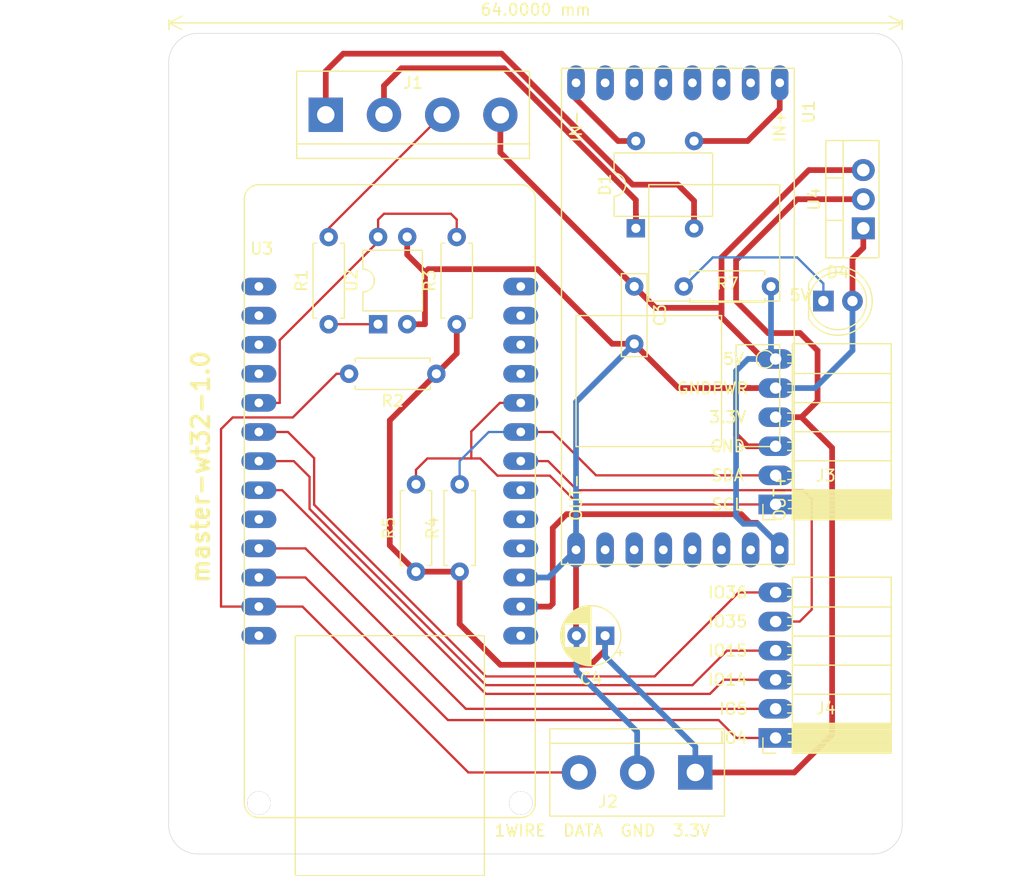
<source format=kicad_pcb>
(kicad_pcb (version 20210925) (generator pcbnew)
  (layers (0 "F.Cu" signal) (31 "B.Cu" signal) (34 "B.Paste" user) (35 "F.Paste" user) (36 "B.SilkS" user "B.Silkscreen") (37 "F.SilkS" user "F.Silkscreen") (38 "B.Mask" user) (39 "F.Mask" user) (44 "Edge.Cuts" user))
  (net 0 "")
  (net 1 "+5V")
  (net 2 "GNDPWR")
  (net 3 "+3V3")
  (net 5 "SCL")
  (net 6 "SDA")
  (net 7 "GPIO15")
  (net 8 "GPIO5")
  (net 9 "GPIO4")
  (net 10 "GPIO36")
  (net 11 "GPIO35")
  (net 12 "GPIO14")
  (net 13 "Net-(D1-Pad4)")
  (net 14 "IN+")
  (net 15 "Net-(D1-Pad3)")
  (net 16 "IN-")
  (net 17 "ENABLE_IN")
  (net 18 "1WIRE")
  (net 19 "Net-(R1-Pad1)")
  (net 20 "ENABLE")
  (net 34 "Net-(D4-Pad1)")
  (footprint "MountingHole:MountingHole_3.2mm_M3" (layer "F.Cu") (at 67.056 123.444)
    (fp_text reference "H3" hide)
    (fp_text value "MountingHole" hide)
    (pad "" np_thru_hole circle locked (at 0 0) (size 3.2 3.2) (drill 3.2) (layers *.Cu *.Mask))
  )
  (footprint "boards:WT32-ETH01-Board-Reversed" (layer "F.Cu") (at 82.804 96.52)
    (fp_text reference "U3" (at -11.176 -22.352) (layer "F.SilkS"))
    (fp_text value "WT32-ETH0-Board")
    (pad "" thru_hole circle locked (at -11.43 26.035) (size 2.032 2.032) (drill 2.032) (layers *.Mask "F.Cu"))
    (pad "" thru_hole circle locked (at 11.43 26.035) (size 2.032 2.032) (drill 2.032) (layers *.Mask "F.Cu"))
    (pad "1" thru_hole oval locked (at 11.43 -19.05) (size 3.048 1.524) (drill 0.762) (layers *.Cu *.Mask))
    (pad "2" thru_hole oval locked (at 11.43 -16.51) (size 3.048 1.524) (drill 0.762) (layers *.Cu *.Mask))
    (pad "3" thru_hole oval locked (at 11.43 -13.97) (size 3.048 1.524) (drill 0.762) (layers *.Cu *.Mask))
    (pad "4" thru_hole oval locked (at 11.43 -11.43) (size 3.048 1.524) (drill 0.762) (layers *.Cu *.Mask))
    (pad "5" thru_hole oval locked (at 11.43 -8.89) (size 3.048 1.524) (drill 0.762) (layers *.Cu *.Mask) (net 5 "SCL"))
    (pad "6" thru_hole oval locked (at 11.43 -6.35) (size 3.048 1.524) (drill 0.762) (layers *.Cu *.Mask) (net 6 "SDA"))
    (pad "7" thru_hole oval locked (at 11.43 -3.81) (size 3.048 1.524) (drill 0.762) (layers *.Cu *.Mask) (net 11 "GPIO35"))
    (pad "8" thru_hole oval locked (at 11.43 -1.27) (size 3.048 1.524) (drill 0.762) (layers *.Cu *.Mask))
    (pad "9" thru_hole oval locked (at 11.43 1.27) (size 3.048 1.524) (drill 0.762) (layers *.Cu *.Mask))
    (pad "10" thru_hole oval locked (at 11.43 3.81) (size 3.048 1.524) (drill 0.762) (layers *.Cu *.Mask))
    (pad "11" thru_hole oval locked (at 11.43 6.35) (size 3.048 1.524) (drill 0.762) (layers *.Cu *.Mask) (net 2 "GNDPWR"))
    (pad "12" thru_hole oval locked (at 11.43 8.89) (size 3.048 1.524) (drill 0.762) (layers *.Cu *.Mask) (net 1 "+5V"))
    (pad "13" thru_hole oval locked (at 11.43 11.43) (size 3.048 1.524) (drill 0.762) (layers *.Cu *.Mask))
    (pad "14" thru_hole oval locked (at -11.43 11.43) (size 3.048 1.524) (drill 0.762) (layers *.Cu *.Mask))
    (pad "15" thru_hole oval locked (at -11.43 8.89) (size 3.048 1.524) (drill 0.762) (layers *.Cu *.Mask) (net 18 "1WIRE"))
    (pad "16" thru_hole oval locked (at -11.43 6.35) (size 3.048 1.524) (drill 0.762) (layers *.Cu *.Mask) (net 9 "GPIO4"))
    (pad "17" thru_hole oval locked (at -11.43 3.81) (size 3.048 1.524) (drill 0.762) (layers *.Cu *.Mask) (net 8 "GPIO5"))
    (pad "18" thru_hole oval locked (at -11.43 1.27) (size 3.048 1.524) (drill 0.762) (layers *.Cu *.Mask))
    (pad "19" thru_hole oval locked (at -11.43 -1.27) (size 3.048 1.524) (drill 0.762) (layers *.Cu *.Mask) (net 12 "GPIO14"))
    (pad "20" thru_hole oval locked (at -11.43 -3.81) (size 3.048 1.524) (drill 0.762) (layers *.Cu *.Mask) (net 7 "GPIO15"))
    (pad "21" thru_hole oval locked (at -11.43 -6.35) (size 3.048 1.524) (drill 0.762) (layers *.Cu *.Mask) (net 10 "GPIO36"))
    (pad "22" thru_hole oval locked (at -11.43 -8.89) (size 3.048 1.524) (drill 0.762) (layers *.Cu *.Mask) (net 20 "ENABLE"))
    (pad "23" thru_hole oval locked (at -11.43 -11.43) (size 3.048 1.524) (drill 0.762) (layers *.Cu *.Mask))
    (pad "24" thru_hole oval locked (at -11.43 -13.97) (size 3.048 1.524) (drill 0.762) (layers *.Cu *.Mask))
    (pad "25" thru_hole oval locked (at -11.43 -16.51) (size 3.048 1.524) (drill 0.762) (layers *.Cu *.Mask))
    (pad "26" thru_hole oval locked (at -11.43 -19.05) (size 3.048 1.524) (drill 0.762) (layers *.Cu *.Mask))
  )
  (footprint "Connector_PinSocket_2.54mm:PinSocket_1x06_P2.54mm_Horizontal" (layer "F.Cu") (at 116.4832 96.495 180)
    (fp_text reference "J3" (at -4.38 2.515) (layer "F.SilkS"))
    (fp_text value "Conn_01x06_Female")
    (pad "1" thru_hole rect locked (at 0 0 180) (size 3 1.7) (drill 1) (layers *.Cu *.Mask) (net 5 "SCL"))
    (pad "2" thru_hole oval locked (at 0 2.54 180) (size 3 1.7) (drill 1) (layers *.Cu *.Mask) (net 6 "SDA"))
    (pad "3" thru_hole oval locked (at 0 5.08 180) (size 3 1.7) (drill 1) (layers *.Cu *.Mask) (net 2 "GNDPWR"))
    (pad "4" thru_hole oval locked (at 0 7.62 180) (size 3 1.7) (drill 1) (layers *.Cu *.Mask) (net 3 "+3V3"))
    (pad "5" thru_hole oval locked (at 0 10.16 180) (size 3 1.7) (drill 1) (layers *.Cu *.Mask) (net 2 "GNDPWR"))
    (pad "6" thru_hole oval locked (at 0 12.7 180) (size 3 1.7) (drill 1) (layers *.Cu *.Mask) (net 1 "+5V"))
  )
  (footprint "TerminalBlock:TerminalBlock_bornier-3_P5.08mm" (layer "F.Cu") (at 109.474 119.888 180)
    (fp_text reference "J2" (at 7.62 -2.54) (layer "F.SilkS"))
    (fp_text value "Screw_Terminal_01x03")
    (pad "1" thru_hole rect locked (at 0 0 180) (size 3 3) (drill 1.52) (layers *.Cu *.Mask) (net 3 "+3V3"))
    (pad "2" thru_hole circle locked (at 5.08 0 180) (size 3 3) (drill 1.52) (layers *.Cu *.Mask) (net 2 "GNDPWR"))
    (pad "3" thru_hole circle locked (at 10.16 0 180) (size 3 3) (drill 1.52) (layers *.Cu *.Mask) (net 18 "1WIRE"))
  )
  (footprint "Resistor_THT:R_Axial_DIN0207_L6.3mm_D2.5mm_P7.62mm_Horizontal" (layer "F.Cu") (at 85.09 102.362 90)
    (fp_text reference "R5" (at 3.81 -2.37 90) (layer "F.SilkS"))
    (fp_text value "10k")
    (pad "1" thru_hole circle locked (at 0 0 90) (size 1.6 1.6) (drill 0.8) (layers *.Cu *.Mask) (net 3 "+3V3"))
    (pad "2" thru_hole oval locked (at 7.62 0 90) (size 1.6 1.6) (drill 0.8) (layers *.Cu *.Mask) (net 5 "SCL"))
  )
  (footprint "TerminalBlock:TerminalBlock_bornier-4_P5.08mm" (layer "F.Cu") (at 77.216 62.484)
    (fp_text reference "J1" (at 7.62 -2.794) (layer "F.SilkS"))
    (fp_text value "Screw_Terminal_01x04")
    (pad "1" thru_hole rect locked (at 0 0) (size 3 3) (drill 1.52) (layers *.Cu *.Mask) (net 14 "IN+"))
    (pad "2" thru_hole circle locked (at 5.08 0) (size 3 3) (drill 1.52) (layers *.Cu *.Mask) (net 16 "IN-"))
    (pad "3" thru_hole circle locked (at 10.16 0) (size 3 3) (drill 1.52) (layers *.Cu *.Mask) (net 17 "ENABLE_IN"))
    (pad "4" thru_hole circle locked (at 15.24 0) (size 3 3) (drill 1.52) (layers *.Cu *.Mask) (net 1 "+5V"))
  )
  (footprint "Resistor_THT:R_Axial_DIN0207_L6.3mm_D2.5mm_P7.62mm_Horizontal" (layer "F.Cu") (at 77.47 80.772 90)
    (fp_text reference "R1" (at 3.81 -2.37 90) (layer "F.SilkS"))
    (fp_text value "680")
    (pad "1" thru_hole circle locked (at 0 0 90) (size 1.6 1.6) (drill 0.8) (layers *.Cu *.Mask) (net 19 "Net-(R1-Pad1)"))
    (pad "2" thru_hole oval locked (at 7.62 0 90) (size 1.6 1.6) (drill 0.8) (layers *.Cu *.Mask) (net 17 "ENABLE_IN"))
  )
  (footprint "Resistor_THT:R_Axial_DIN0207_L6.3mm_D2.5mm_P7.62mm_Horizontal" (layer "F.Cu") (at 88.9 102.362 90)
    (fp_text reference "R4" (at 3.81 -2.37 90) (layer "F.SilkS"))
    (fp_text value "10k")
    (pad "1" thru_hole circle locked (at 0 0 90) (size 1.6 1.6) (drill 0.8) (layers *.Cu *.Mask) (net 3 "+3V3"))
    (pad "2" thru_hole oval locked (at 7.62 0 90) (size 1.6 1.6) (drill 0.8) (layers *.Cu *.Mask) (net 6 "SDA"))
  )
  (footprint "MountingHole:MountingHole_3.2mm_M3" (layer "F.Cu") (at 67.056 58.928)
    (fp_text reference "H1" hide)
    (fp_text value "MountingHole" hide)
    (pad "" np_thru_hole circle locked (at 0 0) (size 3.2 3.2) (drill 3.2) (layers *.Cu *.Mask))
  )
  (footprint "Package_DIP:DIP-4_W7.62mm" (layer "F.Cu") (at 81.783 80.762 90)
    (fp_text reference "U2" (at 3.81 -2.33 90) (layer "F.SilkS"))
    (fp_text value "PC817")
    (pad "1" thru_hole rect locked (at 0 0 90) (size 1.6 1.6) (drill 0.8) (layers *.Cu *.Mask) (net 19 "Net-(R1-Pad1)"))
    (pad "2" thru_hole oval locked (at 0 2.54 90) (size 1.6 1.6) (drill 0.8) (layers *.Cu *.Mask) (net 2 "GNDPWR"))
    (pad "3" thru_hole oval locked (at 7.62 2.54 90) (size 1.6 1.6) (drill 0.8) (layers *.Cu *.Mask) (net 2 "GNDPWR"))
    (pad "4" thru_hole oval locked (at 7.62 0 90) (size 1.6 1.6) (drill 0.8) (layers *.Cu *.Mask) (net 20 "ENABLE"))
  )
  (footprint "Resistor_THT:R_Axial_DIN0207_L6.3mm_D2.5mm_P7.62mm_Horizontal" (layer "F.Cu") (at 88.646 80.772 90)
    (fp_text reference "R3" (at 3.81 -2.37 90) (layer "F.SilkS"))
    (fp_text value "10k")
    (pad "1" thru_hole circle locked (at 0 0 90) (size 1.6 1.6) (drill 0.8) (layers *.Cu *.Mask) (net 3 "+3V3"))
    (pad "2" thru_hole oval locked (at 7.62 0 90) (size 1.6 1.6) (drill 0.8) (layers *.Cu *.Mask) (net 20 "ENABLE"))
  )
  (footprint "Resistor_THT:R_Axial_DIN0207_L6.3mm_D2.5mm_P7.62mm_Horizontal" (layer "F.Cu") (at 86.868 85.09 180)
    (fp_text reference "R2" (at 3.81 -2.37) (layer "F.SilkS"))
    (fp_text value "4k7")
    (pad "1" thru_hole circle locked (at 0 0 180) (size 1.6 1.6) (drill 0.8) (layers *.Cu *.Mask) (net 3 "+3V3"))
    (pad "2" thru_hole oval locked (at 7.62 0 180) (size 1.6 1.6) (drill 0.8) (layers *.Cu *.Mask) (net 18 "1WIRE"))
  )
  (footprint "MountingHole:MountingHole_3.2mm_M3" (layer "F.Cu") (at 123.9232 123.444)
    (fp_text reference "H4" hide)
    (fp_text value "MountingHole" hide)
    (pad "" np_thru_hole circle locked (at 0 0) (size 3.2 3.2) (drill 3.2) (layers *.Cu *.Mask))
  )
  (footprint "LED_THT:LED_D5.0mm" (layer "F.Cu") (at 120.65 78.74)
    (fp_text reference "D4" (at 1.27 -2.5) (layer "F.SilkS"))
    (fp_text value "LED")
    (pad "1" thru_hole rect locked (at 0 0) (size 1.8 1.8) (drill 0.9) (layers *.Cu *.Mask) (net 34 "Net-(D4-Pad1)"))
    (pad "2" thru_hole circle locked (at 2.54 0) (size 1.8 1.8) (drill 0.9) (layers *.Cu *.Mask) (net 2 "GNDPWR"))
  )
  (footprint "boards:LM2596-Board" (layer "F.Cu") (at 107.95 80.01 -90)
    (fp_text reference "U1" (at -17.78 -11.43 90) (layer "F.SilkS"))
    (fp_text value "LM2596-Board")
    (fp_text user "IN+" (at -16.51 -8.89 90) (layer "F.SilkS"))
    (fp_text user "OUT-" (at 15.875 8.89 90) (layer "F.SilkS"))
    (fp_text user "OUT+" (at 15.875 -8.89 90) (layer "F.SilkS"))
    (fp_text user "IN-" (at -16.51 8.89 90) (layer "F.SilkS"))
    (pad "" thru_hole oval locked (at 20.447 -6.35 270) (size 3.048 1.524) (drill 0.762) (layers *.Cu *.Mask))
    (pad "" thru_hole oval locked (at 20.447 1.27 270) (size 3.048 1.524) (drill 0.762) (layers *.Cu *.Mask))
    (pad "" thru_hole oval locked (at 20.447 -1.27 270) (size 3.048 1.524) (drill 0.762) (layers *.Cu *.Mask))
    (pad "" thru_hole oval locked (at 20.447 3.81 270) (size 3.048 1.524) (drill 0.762) (layers *.Cu *.Mask))
    (pad "" thru_hole oval locked (at 20.447 -3.81 270) (size 3.048 1.524) (drill 0.762) (layers *.Cu *.Mask))
    (pad "" thru_hole oval locked (at -20.32 3.81 270) (size 3.048 1.524) (drill 0.762) (layers *.Cu *.Mask))
    (pad "" thru_hole oval locked (at -20.32 -6.35 270) (size 3.048 1.524) (drill 0.762) (layers *.Cu *.Mask))
    (pad "" thru_hole oval locked (at -20.32 -1.27 270) (size 3.048 1.524) (drill 0.762) (layers *.Cu *.Mask))
    (pad "" thru_hole oval locked (at -20.32 6.35 270) (size 3.048 1.524) (drill 0.762) (layers *.Cu *.Mask))
    (pad "" thru_hole oval locked (at -20.32 1.27 270) (size 3.048 1.524) (drill 0.762) (layers *.Cu *.Mask))
    (pad "" thru_hole oval locked (at -20.32 -3.81 270) (size 3.048 1.524) (drill 0.762) (layers *.Cu *.Mask))
    (pad "" thru_hole oval locked (at 20.447 6.35 270) (size 3.048 1.524) (drill 0.762) (layers *.Cu *.Mask))
    (pad "1" thru_hole oval locked (at -20.32 -8.89 270) (size 3.048 1.524) (drill 0.762) (layers *.Cu *.Mask) (net 15 "Net-(D1-Pad3)"))
    (pad "2" thru_hole oval locked (at -20.32 8.89 270) (size 3.048 1.524) (drill 0.762) (layers *.Cu *.Mask) (net 13 "Net-(D1-Pad4)"))
    (pad "3" thru_hole oval locked (at 20.447 8.89 270) (size 3.048 1.524) (drill 0.762) (layers *.Cu *.Mask) (net 2 "GNDPWR"))
    (pad "4" thru_hole oval locked (at 20.447 -8.89 270) (size 3.048 1.524) (drill 0.762) (layers *.Cu *.Mask) (net 1 "+5V"))
  )
  (footprint "custom:DB107" (layer "F.Cu") (at 104.2825 72.39 90)
    (fp_text reference "D1" (at 3.8 -2.7 90) (layer "F.SilkS"))
    (fp_text value "DB107")
    (pad "1" thru_hole rect locked (at 0 0 90) (size 1.6 1.6) (drill 0.8) (layers *.Cu *.Mask) (net 16 "IN-"))
    (pad "2" thru_hole oval locked (at 0 5.08 90) (size 1.6 1.6) (drill 0.8) (layers *.Cu *.Mask) (net 14 "IN+"))
    (pad "3" thru_hole oval locked (at 7.62 5.08 90) (size 1.6 1.6) (drill 0.8) (layers *.Cu *.Mask) (net 15 "Net-(D1-Pad3)"))
    (pad "4" thru_hole oval locked (at 7.62 0 90) (size 1.6 1.6) (drill 0.8) (layers *.Cu *.Mask) (net 13 "Net-(D1-Pad4)"))
  )
  (footprint "Capacitor_THT:CP_Radial_D5.0mm_P2.50mm" (layer "F.Cu") (at 101.6 107.95 180)
    (fp_text reference "C4" (at 1.25 -3.75) (layer "F.SilkS"))
    (fp_text value "10uF 50V")
    (pad "1" thru_hole rect locked (at 0 0 180) (size 1.6 1.6) (drill 0.8) (layers *.Cu *.Mask) (net 3 "+3V3"))
    (pad "2" thru_hole circle locked (at 2.5 0 180) (size 1.6 1.6) (drill 0.8) (layers *.Cu *.Mask) (net 2 "GNDPWR"))
  )
  (footprint "Connector_PinSocket_2.54mm:PinSocket_1x06_P2.54mm_Horizontal" (layer "F.Cu") (at 116.4832 116.875 180)
    (fp_text reference "J4" (at -4.38 2.575) (layer "F.SilkS"))
    (fp_text value "Conn_01x06_Female")
    (pad "1" thru_hole rect locked (at 0 0 180) (size 3 1.7) (drill 1) (layers *.Cu *.Mask) (net 9 "GPIO4"))
    (pad "2" thru_hole oval locked (at 0 2.54 180) (size 3 1.7) (drill 1) (layers *.Cu *.Mask) (net 8 "GPIO5"))
    (pad "3" thru_hole oval locked (at 0 5.08 180) (size 3 1.7) (drill 1) (layers *.Cu *.Mask) (net 12 "GPIO14"))
    (pad "4" thru_hole oval locked (at 0 7.62 180) (size 3 1.7) (drill 1) (layers *.Cu *.Mask) (net 7 "GPIO15"))
    (pad "5" thru_hole oval locked (at 0 10.16 180) (size 3 1.7) (drill 1) (layers *.Cu *.Mask) (net 11 "GPIO35"))
    (pad "6" thru_hole oval locked (at 0 12.7 180) (size 3 1.7) (drill 1) (layers *.Cu *.Mask) (net 10 "GPIO36"))
  )
  (footprint "Resistor_THT:R_Axial_DIN0207_L6.3mm_D2.5mm_P7.62mm_Horizontal" (layer "F.Cu") (at 108.458 77.47)
    (fp_text reference "R7" (at 3.81 -0.254) (layer "F.SilkS"))
    (fp_text value "680")
    (pad "1" thru_hole circle locked (at 0 0) (size 1.6 1.6) (drill 0.8) (layers *.Cu *.Mask) (net 34 "Net-(D4-Pad1)"))
    (pad "2" thru_hole oval locked (at 7.62 0) (size 1.6 1.6) (drill 0.8) (layers *.Cu *.Mask) (net 1 "+5V"))
  )
  (footprint "MountingHole:MountingHole_3.2mm_M3" (layer "F.Cu") (at 123.9232 58.928)
    (fp_text reference "H2" hide)
    (fp_text value "MountingHole" hide)
    (pad "" np_thru_hole circle locked (at 0 0) (size 3.2 3.2) (drill 3.2) (layers *.Cu *.Mask))
  )
  (footprint "Capacitor_THT:C_Rect_L7.0mm_W2.0mm_P5.00mm" (layer "F.Cu") (at 104.14 77.47 -90)
    (fp_text reference "C3" (at 2.5 -2.25 90) (layer "F.SilkS"))
    (fp_text value "100nF 63V")
    (pad "1" thru_hole circle locked (at 0 0 270) (size 1.6 1.6) (drill 0.8) (layers *.Cu *.Mask) (net 1 "+5V"))
    (pad "2" thru_hole circle locked (at 5 0 270) (size 1.6 1.6) (drill 0.8) (layers *.Cu *.Mask) (net 2 "GNDPWR"))
  )
  (footprint "Package_TO_SOT_THT:TO-220-3_Vertical" (layer "F.Cu") (at 124.135 72.39 90)
    (fp_text reference "U4" (at 2.54 -4.27 90) (layer "F.SilkS"))
    (fp_text value "LD1117S33TR_SOT223")
    (pad "1" thru_hole rect locked (at 0 0 90) (size 1.905 2) (drill 1.1) (layers *.Cu *.Mask) (net 2 "GNDPWR"))
    (pad "2" thru_hole oval locked (at 2.54 0 90) (size 1.905 2) (drill 1.1) (layers *.Cu *.Mask) (net 3 "+3V3"))
    (pad "3" thru_hole oval locked (at 5.08 0 90) (size 1.905 2) (drill 1.1) (layers *.Cu *.Mask) (net 1 "+5V"))
  )
  (gr_arc (start 66.04 57.912) (end 66.04 55.372) (angle -90) (layer "Edge.Cuts") (width 0.05))
  (gr_line (start 66.04 127) (end 124.9922 127) (layer "Edge.Cuts") (width 0.05))
  (gr_line (start 63.5 124.46) (end 63.5 57.912) (layer "Edge.Cuts") (width 0.05))
  (gr_arc (start 124.9922 124.46) (end 124.9922 127) (angle -90) (layer "Edge.Cuts") (width 0.05))
  (gr_line (start 66.04 55.372) (end 124.99 55.372) (layer "Edge.Cuts") (width 0.05))
  (gr_arc (start 124.99 57.912) (end 127.53 57.912) (angle -90) (layer "Edge.Cuts") (width 0.05))
  (gr_line (start 127.53 57.912) (end 127.5322 124.46) (layer "Edge.Cuts") (width 0.05))
  (gr_arc (start 66.04 124.46) (end 63.5 124.46) (angle -90) (layer "Edge.Cuts") (width 0.05))
  (gr_text "IO5" (at 112.8002 114.335) (layer "F.SilkS") (effects (font (size 1 1))))
  (gr_text "1WIRE  DATA  GND  3.3V" (at 101.346 124.968) (layer "F.SilkS") (effects (font (size 1 1))))
  (gr_text "SCL" (at 112.2922 96.495) (layer "F.SilkS") (effects (font (size 1 1))))
  (gr_text "IO4" (at 112.8002 116.875) (layer "F.SilkS") (effects (font (size 1 1))))
  (gr_text "IO14" (at 112.2922 111.795) (layer "F.SilkS") (effects (font (size 1 1))))
  (gr_text "GND" (at 112.2922 91.415) (layer "F.SilkS") (effects (font (size 1 1))))
  (gr_text "IO15" (at 112.2922 109.255) (layer "F.SilkS") (effects (font (size 1 1))))
  (gr_text "master-wt32-1.0" (at 66.294 93.218 90) (layer "F.SilkS") (effects (font (size 1.5 1.5) (thickness 0.3))))
  (gr_text "5V" (at 112.8002 83.795) (layer "F.SilkS") (effects (font (size 1 1))))
  (gr_text "IO36" (at 112.2922 104.175) (layer "F.SilkS") (effects (font (size 1 1))))
  (gr_text "IO35" (at 112.2922 106.715) (layer "F.SilkS") (effects (font (size 1 1))))
  (gr_text "SDA" (at 112.2922 93.955) (layer "F.SilkS") (effects (font (size 1 1))))
  (gr_text "3.3V" (at 112.2922 88.875) (layer "F.SilkS") (effects (font (size 1 1))))
  (gr_text "GNDPWR" (at 110.9772 86.36) (layer "F.SilkS") (effects (font (size 1 1))))
  (gr_text "5V" (at 118.618 78.232) (layer "F.SilkS") (effects (font (size 1 1))))
  (dimension (type aligned) (layer "F.SilkS") (pts (xy 63.53 53.71) (xy 127.53 53.71)) (height 0.750002) (gr_text "64,0000 mm" (at 95.53 53.310002) (layer "F.SilkS") (effects (font (size 1 1) (thickness 0.15)))) (format (units 3) (units_format 1) (precision 4)) (style (thickness 0.12) (arrow_length 1.27) (text_position_mode 0) (extension_height 0.58642) (extension_offset 0.5) keep_text_aligned))
  (segment (start 124.135 67.31) (end 119.38 67.31) (width 0.5) (layer "F.Cu") (net 1))
  (segment (start 119.38 67.31) (end 111.76 74.93) (width 0.5) (layer "F.Cu") (net 1))
  (segment (start 111.76 79.3321) (end 106.0021 79.3321) (width 0.5) (layer "F.Cu") (net 1))
  (segment (start 106.0021 79.3321) (end 104.14 77.47) (width 0.5) (layer "F.Cu") (net 1))
  (segment (start 92.456 65.786) (end 104.14 77.47) (width 0.5) (layer "F.Cu") (net 1))
  (segment (start 116.483 83.795) (end 116.4832 83.795) (width 0.5) (layer "F.Cu") (net 1))
  (segment (start 111.76 74.93) (end 111.76 79.3321) (width 0.5) (layer "F.Cu") (net 1))
  (segment (start 114.837 98.0945) (end 114.234 98.0945) (width 0.5) (layer "F.Cu") (net 1))
  (segment (start 92.456 62.484) (end 92.456 65.786) (width 0.5) (layer "F.Cu") (net 1))
  (segment (start 111.76 80.1442) (end 115.411 83.795) (width 0.5) (layer "F.Cu") (net 1))
  (segment (start 114.234 98.0945) (end 113.484 97.3445) (width 0.5) (layer "F.Cu") (net 1))
  (segment (start 116.84 100.457) (end 116.84 100.097) (width 0.5) (layer "F.Cu") (net 1))
  (segment (start 96.774 105.41) (end 94.234 105.41) (width 0.5) (layer "F.Cu") (net 1))
  (segment (start 116.84 100.097) (end 114.837 98.0945) (width 0.5) (layer "F.Cu") (net 1))
  (segment (start 97.028 105.156) (end 96.774 105.41) (width 0.5) (layer "F.Cu") (net 1))
  (segment (start 97.028 98.552) (end 97.028 105.156) (width 0.5) (layer "F.Cu") (net 1))
  (segment (start 115.411 83.795) (end 116.483 83.795) (width 0.5) (layer "F.Cu") (net 1))
  (segment (start 111.76 79.3321) (end 111.76 80.1442) (width 0.5) (layer "F.Cu") (net 1))
  (segment (start 113.484 97.3445) (end 98.2355 97.3445) (width 0.5) (layer "F.Cu") (net 1))
  (segment (start 98.2355 97.3445) (end 97.028 98.552) (width 0.5) (layer "F.Cu") (net 1))
  (segment (start 113.677 98.1835) (end 114.926 98.1835) (width 0.5) (layer "B.Cu") (net 1))
  (segment (start 116.483 83.795) (end 115.277 83.795) (width 0.5) (layer "B.Cu") (net 1))
  (segment (start 116.078 82.994) (end 116.078 77.47) (width 0.5) (layer "B.Cu") (net 1))
  (segment (start 113.03 84.836) (end 113.03 97.536) (width 0.5) (layer "B.Cu") (net 1))
  (segment (start 115.277 83.795) (end 114.071 83.795) (width 0.5) (layer "B.Cu") (net 1))
  (segment (start 116.84 100.097) (end 116.84 100.457) (width 0.5) (layer "B.Cu") (net 1))
  (segment (start 114.926 98.1835) (end 116.84 100.097) (width 0.5) (layer "B.Cu") (net 1))
  (segment (start 115.277 83.795) (end 116.078 82.994) (width 0.5) (layer "B.Cu") (net 1))
  (segment (start 113.03 97.536) (end 113.677 98.1835) (width 0.5) (layer "B.Cu") (net 1))
  (segment (start 114.071 83.795) (end 113.03 84.836) (width 0.5) (layer "B.Cu") (net 1))
  (segment (start 116.4832 83.795) (end 116.483 83.795) (width 0.5) (layer "B.Cu") (net 1))
  (segment (start 124.135 72.39) (end 124.135 74.0928) (width 0.5) (layer "F.Cu") (net 2))
  (segment (start 113.03 90.424) (end 114.021 91.415) (width 0.5) (layer "F.Cu") (net 2))
  (segment (start 99.06 107.91) (end 99.1 107.95) (width 0.5) (layer "F.Cu") (net 2))
  (segment (start 124.135 74.0928) (end 123.19 75.0378) (width 0.5) (layer "F.Cu") (net 2))
  (segment (start 113.03 86.335) (end 113.03 90.424) (width 0.5) (layer "F.Cu") (net 2))
  (segment (start 85.8733 80.762) (end 84.323 80.762) (width 0.5) (layer "F.Cu") (net 2))
  (segment (start 86.1582 75.9577) (end 95.7018 75.9577) (width 0.5) (layer "F.Cu") (net 2))
  (segment (start 84.323 74.6923) (end 85.8733 76.2426) (width 0.5) (layer "F.Cu") (net 2))
  (segment (start 114.021 91.415) (end 116.483 91.415) (width 0.5) (layer "F.Cu") (net 2))
  (segment (start 84.323 73.142) (end 84.323 74.6923) (width 0.5) (layer "F.Cu") (net 2))
  (segment (start 114.233 86.335) (end 113.03 86.335) (width 0.5) (layer "F.Cu") (net 2))
  (segment (start 95.7018 75.9577) (end 102.214 82.47) (width 0.5) (layer "F.Cu") (net 2))
  (segment (start 102.214 82.47) (end 104.14 82.47) (width 0.5) (layer "F.Cu") (net 2))
  (segment (start 108.005 86.335) (end 104.14 82.47) (width 0.5) (layer "F.Cu") (net 2))
  (segment (start 114.233 86.335) (end 113.03 86.335) (width 0.5) (layer "F.Cu") (net 2))
  (segment (start 116.483 91.415) (end 116.4832 91.415) (width 0.5) (layer "F.Cu") (net 2))
  (segment (start 85.8733 76.2426) (end 85.8733 80.762) (width 0.5) (layer "F.Cu") (net 2))
  (segment (start 123.19 75.0378) (end 123.19 78.74) (width 0.5) (layer "F.Cu") (net 2))
  (segment (start 116.4832 86.335) (end 116.483 86.335) (width 0.5) (layer "F.Cu") (net 2))
  (segment (start 116.483 86.335) (end 114.233 86.335) (width 0.5) (layer "F.Cu") (net 2))
  (segment (start 85.8733 76.2426) (end 86.1582 75.9577) (width 0.5) (layer "F.Cu") (net 2))
  (segment (start 113.03 86.335) (end 108.005 86.335) (width 0.5) (layer "F.Cu") (net 2))
  (segment (start 99.06 100.457) (end 99.06 107.91) (width 0.5) (layer "F.Cu") (net 2))
  (segment (start 123.19 83.058) (end 119.913 86.335) (width 0.5) (layer "B.Cu") (net 2))
  (segment (start 99.1 111.038) (end 99.1 107.95) (width 0.5) (layer "B.Cu") (net 2))
  (segment (start 119.913 86.335) (end 116.4832 86.335) (width 0.5) (layer "B.Cu") (net 2))
  (segment (start 99.06 87.55) (end 99.06 100.457) (width 0.5) (layer "B.Cu") (net 2))
  (segment (start 104.14 82.47) (end 99.06 87.55) (width 0.5) (layer "B.Cu") (net 2))
  (segment (start 94.234 102.87) (end 96.647 102.87) (width 0.5) (layer "B.Cu") (net 2))
  (segment (start 116.4832 86.335) (end 116.483 86.335) (width 0.5) (layer "B.Cu") (net 2))
  (segment (start 104.394 119.888) (end 104.394 116.332) (width 0.5) (layer "B.Cu") (net 2))
  (segment (start 123.19 78.74) (end 123.19 83.058) (width 0.5) (layer "B.Cu") (net 2))
  (segment (start 96.647 102.87) (end 99.06 100.457) (width 0.5) (layer "B.Cu") (net 2))
  (segment (start 104.394 116.332) (end 99.1 111.038) (width 0.5) (layer "B.Cu") (net 2))
  (segment (start 118.734 88.875) (end 120.142 87.4665) (width 0.5) (layer "F.Cu") (net 3))
  (segment (start 120.142 87.4665) (end 120.142 83.058) (width 0.5) (layer "F.Cu") (net 3))
  (segment (start 88.9 102.362) (end 85.09 102.362) (width 0.5) (layer "F.Cu") (net 3))
  (segment (start 121.412 91.5535) (end 118.734 88.875) (width 0.5) (layer "F.Cu") (net 3))
  (segment (start 116.483 88.875) (end 116.4832 88.875) (width 0.5) (layer "F.Cu") (net 3))
  (segment (start 82.804 100.076) (end 85.09 102.362) (width 0.5) (layer "F.Cu") (net 3))
  (segment (start 118.364 69.85) (end 124.135 69.85) (width 0.5) (layer "F.Cu") (net 3))
  (segment (start 120.142 83.058) (end 118.618 81.534) (width 0.5) (layer "F.Cu") (net 3))
  (segment (start 113.03 75.184) (end 118.364 69.85) (width 0.5) (layer "F.Cu") (net 3))
  (segment (start 121.412 116.586) (end 121.412 91.5535) (width 0.5) (layer "F.Cu") (net 3))
  (segment (start 92.456 110.49) (end 100.33 110.49) (width 0.5) (layer "F.Cu") (net 3))
  (segment (start 116.4832 88.875) (end 118.734 88.875) (width 0.5) (layer "F.Cu") (net 3))
  (segment (start 101.6 109.22) (end 101.6 107.95) (width 0.5) (layer "F.Cu") (net 3))
  (segment (start 86.868 85.09) (end 82.804 89.154) (width 0.5) (layer "F.Cu") (net 3))
  (segment (start 88.9 106.934) (end 92.456 110.49) (width 0.5) (layer "F.Cu") (net 3))
  (segment (start 118.11 119.888) (end 121.412 116.586) (width 0.5) (layer "F.Cu") (net 3))
  (segment (start 115.824 81.534) (end 113.03 78.74) (width 0.5) (layer "F.Cu") (net 3))
  (segment (start 100.33 110.49) (end 101.6 109.22) (width 0.5) (layer "F.Cu") (net 3))
  (segment (start 88.646 80.772) (end 88.646 83.312) (width 0.5) (layer "F.Cu") (net 3))
  (segment (start 88.646 83.312) (end 86.868 85.09) (width 0.5) (layer "F.Cu") (net 3))
  (segment (start 118.618 81.534) (end 115.824 81.534) (width 0.5) (layer "F.Cu") (net 3))
  (segment (start 113.03 78.74) (end 113.03 75.184) (width 0.5) (layer "F.Cu") (net 3))
  (segment (start 82.804 89.154) (end 82.804 100.076) (width 0.5) (layer "F.Cu") (net 3))
  (segment (start 109.474 119.888) (end 118.11 119.888) (width 0.5) (layer "F.Cu") (net 3))
  (segment (start 88.9 102.362) (end 88.9 106.934) (width 0.5) (layer "F.Cu") (net 3))
  (segment (start 109.474 117.638) (end 101.6 109.764) (width 0.5) (layer "B.Cu") (net 3))
  (segment (start 109.474 119.888) (end 109.474 117.638) (width 0.5) (layer "B.Cu") (net 3))
  (segment (start 101.6 109.764) (end 101.6 107.95) (width 0.5) (layer "B.Cu") (net 3))
  (segment (start 89.916 90.1237) (end 92.4097 87.63) (width 0.2) (layer "F.Cu") (net 5))
  (segment (start 92.202 93.98) (end 96.774 93.98) (width 0.2) (layer "F.Cu") (net 5))
  (segment (start 86.083 92.479) (end 89.893 92.479) (width 0.2) (layer "F.Cu") (net 5))
  (segment (start 92.4097 87.63) (end 94.234 87.63) (width 0.2) (layer "F.Cu") (net 5))
  (segment (start 89.916 92.456) (end 89.916 90.1237) (width 0.2) (layer "F.Cu") (net 5))
  (segment (start 89.893 92.479) (end 90.701 92.479) (width 0.2) (layer "F.Cu") (net 5))
  (segment (start 96.774 93.98) (end 99.289 96.495) (width 0.2) (layer "F.Cu") (net 5))
  (segment (start 99.289 96.495) (end 116.483 96.495) (width 0.2) (layer "F.Cu") (net 5))
  (segment (start 89.893 92.479) (end 89.916 92.456) (width 0.2) (layer "F.Cu") (net 5))
  (segment (start 116.483 96.495) (end 116.4832 96.495) (width 0.2) (layer "F.Cu") (net 5))
  (segment (start 85.09 93.472) (end 86.083 92.479) (width 0.2) (layer "F.Cu") (net 5))
  (segment (start 90.701 92.479) (end 92.202 93.98) (width 0.2) (layer "F.Cu") (net 5))
  (segment (start 85.09 94.742) (end 85.09 93.472) (width 0.2) (layer "F.Cu") (net 5))
  (segment (start 100.813 93.955) (end 116.483 93.955) (width 0.2) (layer "F.Cu") (net 6))
  (segment (start 97.028 90.17) (end 100.813 93.955) (width 0.2) (layer "F.Cu") (net 6))
  (segment (start 94.234 90.17) (end 97.028 90.17) (width 0.2) (layer "F.Cu") (net 6))
  (segment (start 116.483 93.955) (end 116.4832 93.955) (width 0.2) (layer "F.Cu") (net 6))
  (segment (start 94.234 90.17) (end 91.44 90.17) (width 0.2) (layer "B.Cu") (net 6))
  (segment (start 91.44 90.17) (end 88.9 92.71) (width 0.2) (layer "B.Cu") (net 6))
  (segment (start 88.9 92.71) (end 88.9 94.742) (width 0.2) (layer "B.Cu") (net 6))
  (segment (start 74.422 92.71) (end 75.8005 94.0885) (width 0.2) (layer "F.Cu") (net 7))
  (segment (start 75.8005 96.8825) (end 91.186 112.268) (width 0.2) (layer "F.Cu") (net 7))
  (segment (start 71.374 92.71) (end 74.422 92.71) (width 0.2) (layer "F.Cu") (net 7))
  (segment (start 91.186 112.268) (end 109.22 112.268) (width 0.2) (layer "F.Cu") (net 7))
  (segment (start 112.233 109.255) (end 116.483 109.255) (width 0.2) (layer "F.Cu") (net 7))
  (segment (start 116.483 109.255) (end 116.4832 109.255) (width 0.2) (layer "F.Cu") (net 7))
  (segment (start 109.22 112.268) (end 112.233 109.255) (width 0.2) (layer "F.Cu") (net 7))
  (segment (start 75.8005 94.0885) (end 75.8005 96.8825) (width 0.2) (layer "F.Cu") (net 7))
  (segment (start 89.443 114.335) (end 75.438 100.33) (width 0.2) (layer "F.Cu") (net 8))
  (segment (start 75.438 100.33) (end 71.374 100.33) (width 0.2) (layer "F.Cu") (net 8))
  (segment (start 116.483 114.335) (end 116.4832 114.335) (width 0.2) (layer "F.Cu") (net 8))
  (segment (start 116.483 114.335) (end 89.443 114.335) (width 0.2) (layer "F.Cu") (net 8))
  (segment (start 87.884 115.316) (end 75.438 102.87) (width 0.2) (layer "F.Cu") (net 9))
  (segment (start 116.483 116.875) (end 116.4832 116.875) (width 0.2) (layer "F.Cu") (net 9))
  (segment (start 113.065 116.875) (end 111.506 115.316) (width 0.2) (layer "F.Cu") (net 9))
  (segment (start 111.506 115.316) (end 87.884 115.316) (width 0.2) (layer "F.Cu") (net 9))
  (segment (start 116.483 116.875) (end 113.065 116.875) (width 0.2) (layer "F.Cu") (net 9))
  (segment (start 75.438 102.87) (end 71.374 102.87) (width 0.2) (layer "F.Cu") (net 9))
  (segment (start 76.2 92.456) (end 73.914 90.17) (width 0.2) (layer "F.Cu") (net 10))
  (segment (start 116.483 104.175) (end 116.4832 104.175) (width 0.2) (layer "F.Cu") (net 10))
  (segment (start 113.249 104.175) (end 105.918 111.506) (width 0.2) (layer "F.Cu") (net 10))
  (segment (start 73.914 90.17) (end 71.374 90.17) (width 0.2) (layer "F.Cu") (net 10))
  (segment (start 76.2 96.52) (end 76.2 92.456) (width 0.2) (layer "F.Cu") (net 10))
  (segment (start 91.186 111.506) (end 76.2 96.52) (width 0.2) (layer "F.Cu") (net 10))
  (segment (start 105.918 111.506) (end 91.186 111.506) (width 0.2) (layer "F.Cu") (net 10))
  (segment (start 116.483 104.175) (end 113.249 104.175) (width 0.2) (layer "F.Cu") (net 10))
  (segment (start 119.634 96.012) (end 118.872 95.25) (width 0.2) (layer "F.Cu") (net 11))
  (segment (start 119.634 105.664) (end 119.634 96.012) (width 0.2) (layer "F.Cu") (net 11))
  (segment (start 99.1644 95.25) (end 96.6244 92.71) (width 0.2) (layer "F.Cu") (net 11))
  (segment (start 96.6244 92.71) (end 94.234 92.71) (width 0.2) (layer "F.Cu") (net 11))
  (segment (start 118.872 95.25) (end 99.1644 95.25) (width 0.2) (layer "F.Cu") (net 11))
  (segment (start 116.483 106.715) (end 116.4832 106.715) (width 0.2) (layer "F.Cu") (net 11))
  (segment (start 118.583 106.715) (end 119.634 105.664) (width 0.2) (layer "F.Cu") (net 11))
  (segment (start 116.4832 106.715) (end 118.583 106.715) (width 0.2) (layer "F.Cu") (net 11))
  (segment (start 116.483 111.795) (end 111.979 111.795) (width 0.2) (layer "F.Cu") (net 12))
  (segment (start 116.483 111.795) (end 116.4832 111.795) (width 0.2) (layer "F.Cu") (net 12))
  (segment (start 91.186 113.03) (end 73.406 95.25) (width 0.2) (layer "F.Cu") (net 12))
  (segment (start 111.979 111.795) (end 110.744 113.03) (width 0.2) (layer "F.Cu") (net 12))
  (segment (start 73.406 95.25) (end 71.374 95.25) (width 0.2) (layer "F.Cu") (net 12))
  (segment (start 110.744 113.03) (end 91.186 113.03) (width 0.2) (layer "F.Cu") (net 12))
  (segment (start 99.06 59.69) (end 99.06 61.0978) (width 0.5) (layer "F.Cu") (net 13))
  (segment (start 99.06 61.0978) (end 102.732 64.77) (width 0.5) (layer "F.Cu") (net 13))
  (segment (start 102.732 64.77) (end 104.282 64.77) (width 0.5) (layer "F.Cu") (net 13))
  (segment (start 104.282 64.77) (end 104.2825 64.77) (width 0.5) (layer "F.Cu") (net 13))
  (segment (start 104.002 68.58) (end 107.95 68.58) (width 0.5) (layer "F.Cu") (net 14))
  (segment (start 92.5722 57.15) (end 104.002 68.58) (width 0.5) (layer "F.Cu") (net 14))
  (segment (start 109.362 69.9925) (end 109.362 71.1912) (width 0.5) (layer "F.Cu") (net 14))
  (segment (start 107.95 68.58) (end 109.362 69.9925) (width 0.5) (layer "F.Cu") (net 14))
  (segment (start 77.216 58.674) (end 78.74 57.15) (width 0.5) (layer "F.Cu") (net 14))
  (segment (start 109.362 71.1912) (end 109.3625 71.1917) (width 0.5) (layer "F.Cu") (net 14))
  (segment (start 109.362 71.1912) (end 109.362 72.39) (width 0.5) (layer "F.Cu") (net 14))
  (segment (start 78.74 57.15) (end 92.5722 57.15) (width 0.5) (layer "F.Cu") (net 14))
  (segment (start 77.216 62.484) (end 77.216 58.674) (width 0.5) (layer "F.Cu") (net 14))
  (segment (start 109.3625 71.1917) (end 109.3625 72.39) (width 0.5) (layer "F.Cu") (net 14))
  (segment (start 116.84 59.69) (end 116.84 61.9643) (width 0.5) (layer "F.Cu") (net 15))
  (segment (start 116.84 61.9643) (end 114.034 64.77) (width 0.5) (layer "F.Cu") (net 15))
  (segment (start 114.034 64.77) (end 109.3625 64.77) (width 0.5) (layer "F.Cu") (net 15))
  (segment (start 109.3625 64.77) (end 109.362 64.77) (width 0.5) (layer "F.Cu") (net 15))
  (segment (start 104.282 71.1551) (end 104.282 72.39) (width 0.5) (layer "F.Cu") (net 16))
  (segment (start 83.82 58.42) (end 92.7822 58.42) (width 0.5) (layer "F.Cu") (net 16))
  (segment (start 92.7822 58.42) (end 104.282 69.9203) (width 0.5) (layer "F.Cu") (net 16))
  (segment (start 104.282 69.9203) (end 104.282 71.1551) (width 0.5) (layer "F.Cu") (net 16))
  (segment (start 104.2825 71.1556) (end 104.2825 72.39) (width 0.5) (layer "F.Cu") (net 16))
  (segment (start 104.282 71.1551) (end 104.2825 71.1556) (width 0.5) (layer "F.Cu") (net 16))
  (segment (start 82.296 62.484) (end 82.296 59.944) (width 0.5) (layer "F.Cu") (net 16))
  (segment (start 82.296 59.944) (end 83.82 58.42) (width 0.5) (layer "F.Cu") (net 16))
  (segment (start 77.47 72.39) (end 87.376 62.484) (width 0.2) (layer "F.Cu") (net 17))
  (segment (start 77.47 73.152) (end 77.47 72.39) (width 0.2) (layer "F.Cu") (net 17))
  (segment (start 79.248 85.09) (end 78.1477 85.09) (width 0.2) (layer "F.Cu") (net 18))
  (segment (start 89.662 119.888) (end 75.184 105.41) (width 0.2) (layer "F.Cu") (net 18))
  (segment (start 74.3377 88.9) (end 69.088 88.9) (width 0.2) (layer "F.Cu") (net 18))
  (segment (start 78.1477 85.09) (end 74.3377 88.9) (width 0.2) (layer "F.Cu") (net 18))
  (segment (start 69.088 88.9) (end 68.072 89.916) (width 0.2) (layer "F.Cu") (net 18))
  (segment (start 68.072 89.916) (end 68.072 105.41) (width 0.2) (layer "F.Cu") (net 18))
  (segment (start 68.072 105.41) (end 71.374 105.41) (width 0.2) (layer "F.Cu") (net 18))
  (segment (start 99.314 119.888) (end 89.662 119.888) (width 0.2) (layer "F.Cu") (net 18))
  (segment (start 75.184 105.41) (end 71.374 105.41) (width 0.2) (layer "F.Cu") (net 18))
  (segment (start 81.783 80.762) (end 77.48 80.762) (width 0.2) (layer "F.Cu") (net 19))
  (segment (start 77.48 80.762) (end 77.47 80.772) (width 0.2) (layer "F.Cu") (net 19))
  (segment (start 81.783 71.633) (end 82.296 71.12) (width 0.2) (layer "F.Cu") (net 20))
  (segment (start 88.646 71.628) (end 88.646 73.152) (width 0.2) (layer "F.Cu") (net 20))
  (segment (start 71.374 87.63) (end 73.1983 87.63) (width 0.2) (layer "F.Cu") (net 20))
  (segment (start 81.783 73.142) (end 81.783 71.633) (width 0.2) (layer "F.Cu") (net 20))
  (segment (start 73.1983 87.63) (end 73.1983 82.1481) (width 0.2) (layer "F.Cu") (net 20))
  (segment (start 81.783 73.142) (end 82.2044 73.142) (width 0.2) (layer "F.Cu") (net 20))
  (segment (start 82.296 71.12) (end 88.138 71.12) (width 0.2) (layer "F.Cu") (net 20))
  (segment (start 88.138 71.12) (end 88.646 71.628) (width 0.2) (layer "F.Cu") (net 20))
  (segment (start 73.1983 82.1481) (end 82.2044 73.142) (width 0.2) (layer "F.Cu") (net 20))
  (segment (start 110.998 74.93) (end 118.364 74.93) (width 0.2) (layer "B.Cu") (net 34))
  (segment (start 108.458 77.47) (end 110.998 74.93) (width 0.2) (layer "B.Cu") (net 34))
  (segment (start 120.65 77.216) (end 120.65 78.74) (width 0.2) (layer "B.Cu") (net 34))
  (segment (start 118.364 74.93) (end 120.65 77.216) (width 0.2) (layer "B.Cu") (net 34))
)
</source>
